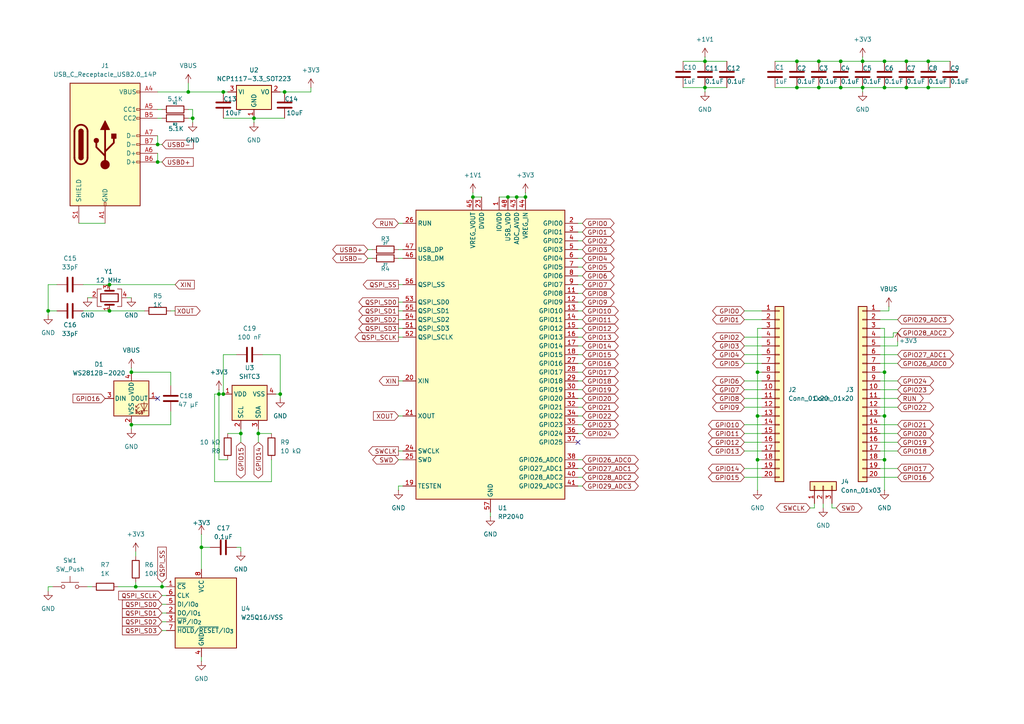
<source format=kicad_sch>
(kicad_sch (version 20250114) (generator "eeschema") (generator_version "9.0")
  (paper "A4")
  (lib_symbols
    (symbol "Connector:USB_C_Receptacle_USB2.0_14P" (pin_names (offset 1.016))
      (property "Reference" "J" (at 0 22.225 0))
      (property "Value" "USB_C_Receptacle_USB2.0_14P" (at 0 19.685 0))
      (symbol "USB_C_Receptacle_USB2.0_14P_1_1"
        (pin passive line (at -7.62 -22.86 90) (length 5.08) (name "SHIELD") (number "S1"))
        (pin passive line (at 0 -22.86 90) (length 5.08) (name "GND") (number "A1"))
        (pin passive line (at 0 -22.86 90) (length 5.08) (hide yes) (name "GND") (number "A12"))
        (pin passive line (at 0 -22.86 90) (length 5.08) (hide yes) (name "GND") (number "B1"))
        (pin passive line (at 0 -22.86 90) (length 5.08) (hide yes) (name "GND") (number "B12"))
        (pin passive line (at 15.24 15.24 180) (length 5.08) (name "VBUS") (number "A4"))
        (pin passive line (at 15.24 15.24 180) (length 5.08) (hide yes) (name "VBUS") (number "A9"))
        (pin passive line (at 15.24 15.24 180) (length 5.08) (hide yes) (name "VBUS") (number "B4"))
        (pin passive line (at 15.24 15.24 180) (length 5.08) (hide yes) (name "VBUS") (number "B9"))
        (pin bidirectional line (at 15.24 10.16 180) (length 5.08) (name "CC1") (number "A5"))
        (pin bidirectional line (at 15.24 7.62 180) (length 5.08) (name "CC2") (number "B5"))
        (pin bidirectional line (at 15.24 2.54 180) (length 5.08) (name "D-") (number "A7"))
        (pin bidirectional line (at 15.24 0 180) (length 5.08) (name "D-") (number "B7"))
        (pin bidirectional line (at 15.24 -2.54 180) (length 5.08) (name "D+") (number "A6"))
        (pin bidirectional line (at 15.24 -5.08 180) (length 5.08) (name "D+") (number "B6"))
      )
    )
    (symbol "Connector_Generic:Conn_01x03" (pin_names (offset 1.016) (hide yes))
      (property "Reference" "J" (at 0 5.08 0))
      (property "Value" "Conn_01x03" (at 0 -5.08 0))
      (symbol "Conn_01x03_1_1"
        (pin passive line (at -5.08 2.54 0) (length 3.81) (name "Pin_1") (number "1"))
        (pin passive line (at -5.08 0 0) (length 3.81) (name "Pin_2") (number "2"))
        (pin passive line (at -5.08 -2.54 0) (length 3.81) (name "Pin_3") (number "3"))
      )
    )
    (symbol "Connector_Generic:Conn_01x20" (pin_names (offset 1.016) (hide yes))
      (property "Reference" "J" (at 0 25.4 0))
      (property "Value" "Conn_01x20" (at 0 -27.94 0))
      (symbol "Conn_01x20_1_1"
        (pin passive line (at -5.08 22.86 0) (length 3.81) (name "Pin_1") (number "1"))
        (pin passive line (at -5.08 20.32 0) (length 3.81) (name "Pin_2") (number "2"))
        (pin passive line (at -5.08 17.78 0) (length 3.81) (name "Pin_3") (number "3"))
        (pin passive line (at -5.08 15.24 0) (length 3.81) (name "Pin_4") (number "4"))
        (pin passive line (at -5.08 12.7 0) (length 3.81) (name "Pin_5") (number "5"))
        (pin passive line (at -5.08 10.16 0) (length 3.81) (name "Pin_6") (number "6"))
        (pin passive line (at -5.08 7.62 0) (length 3.81) (name "Pin_7") (number "7"))
        (pin passive line (at -5.08 5.08 0) (length 3.81) (name "Pin_8") (number "8"))
        (pin passive line (at -5.08 2.54 0) (length 3.81) (name "Pin_9") (number "9"))
        (pin passive line (at -5.08 0 0) (length 3.81) (name "Pin_10") (number "10"))
        (pin passive line (at -5.08 -2.54 0) (length 3.81) (name "Pin_11") (number "11"))
        (pin passive line (at -5.08 -5.08 0) (length 3.81) (name "Pin_12") (number "12"))
        (pin passive line (at -5.08 -7.62 0) (length 3.81) (name "Pin_13") (number "13"))
        (pin passive line (at -5.08 -10.16 0) (length 3.81) (name "Pin_14") (number "14"))
        (pin passive line (at -5.08 -12.7 0) (length 3.81) (name "Pin_15") (number "15"))
        (pin passive line (at -5.08 -15.24 0) (length 3.81) (name "Pin_16") (number "16"))
        (pin passive line (at -5.08 -17.78 0) (length 3.81) (name "Pin_17") (number "17"))
        (pin passive line (at -5.08 -20.32 0) (length 3.81) (name "Pin_18") (number "18"))
        (pin passive line (at -5.08 -22.86 0) (length 3.81) (name "Pin_19") (number "19"))
        (pin passive line (at -5.08 -25.4 0) (length 3.81) (name "Pin_20") (number "20"))
      )
    )
    (symbol "Device:C" (pin_numbers (hide yes)) (pin_names (offset 0.254))
      (property "Reference" "C" (at 0.635 2.54 0))
      (property "Value" "C" (at 0.635 -2.54 0))
      (symbol "C_1_1"
        (pin passive line (at 0 3.81 270) (length 2.794) (name "~") (number "1"))
        (pin passive line (at 0 -3.81 90) (length 2.794) (name "~") (number "2"))
      )
    )
    (symbol "Device:Crystal_GND24" (pin_names (offset 1.016) (hide yes))
      (property "Reference" "Y" (at 3.175 5.08 0))
      (property "Value" "Crystal_GND24" (at 3.175 3.175 0))
      (symbol "Crystal_GND24_1_1"
        (pin passive line (at -3.81 0 0) (length 1.27) (name "1") (number "1"))
        (pin passive line (at 0 5.08 270) (length 1.27) (name "2") (number "2"))
        (pin passive line (at 0 -5.08 90) (length 1.27) (name "4") (number "4"))
        (pin passive line (at 3.81 0 180) (length 1.27) (name "3") (number "3"))
      )
    )
    (symbol "Device:R" (pin_numbers (hide yes)) (pin_names (offset 0))
      (property "Reference" "R" (at 2.032 0 90))
      (property "Value" "R" (at 0 0 90))
      (symbol "R_1_1"
        (pin passive line (at 0 3.81 270) (length 1.27) (name "~") (number "1"))
        (pin passive line (at 0 -3.81 90) (length 1.27) (name "~") (number "2"))
      )
    )
    (symbol "LED:WS2812B-2020" (pin_names (offset 0.254))
      (property "Reference" "D" (at 5.08 5.715 0))
      (property "Value" "WS2812B-2020" (at 1.27 -5.715 0))
      (symbol "WS2812B-2020_0_0"
        (text "RGB" (at 2.286 -4.191 0) (effects (font (size 0.762 0.762))))
      )
      (symbol "WS2812B-2020_1_1"
        (pin input line (at -7.62 0 0) (length 2.54) (name "DIN") (number "3"))
        (pin power_in line (at 0 7.62 270) (length 2.54) (name "VDD") (number "4"))
        (pin power_in line (at 0 -7.62 90) (length 2.54) (name "VSS") (number "2"))
        (pin output line (at 7.62 0 180) (length 2.54) (name "DOUT") (number "1"))
      )
    )
    (symbol "MCU_RaspberryPi:RP2040"
      (property "Reference" "U" (at 17.78 45.72 0))
      (property "Value" "RP2040" (at 17.78 43.18 0))
      (symbol "RP2040_1_1"
        (pin input line (at -25.4 38.1 0) (length 3.81) (name "RUN") (number "26"))
        (pin bidirectional line (at -25.4 30.48 0) (length 3.81) (name "USB_DP") (number "47"))
        (pin bidirectional line (at -25.4 27.94 0) (length 3.81) (name "USB_DM") (number "46"))
        (pin bidirectional line (at -25.4 20.32 0) (length 3.81) (name "QSPI_SS") (number "56"))
        (pin bidirectional line (at -25.4 15.24 0) (length 3.81) (name "QSPI_SD0") (number "53"))
        (pin bidirectional line (at -25.4 12.7 0) (length 3.81) (name "QSPI_SD1") (number "55"))
        (pin bidirectional line (at -25.4 10.16 0) (length 3.81) (name "QSPI_SD2") (number "54"))
        (pin bidirectional line (at -25.4 7.62 0) (length 3.81) (name "QSPI_SD3") (number "51"))
        (pin output line (at -25.4 5.08 0) (length 3.81) (name "QSPI_SCLK") (number "52"))
        (pin input line (at -25.4 -7.62 0) (length 3.81) (name "XIN") (number "20"))
        (pin passive line (at -25.4 -17.78 0) (length 3.81) (name "XOUT") (number "21"))
        (pin input line (at -25.4 -27.94 0) (length 3.81) (name "SWCLK") (number "24"))
        (pin bidirectional line (at -25.4 -30.48 0) (length 3.81) (name "SWD") (number "25"))
        (pin input line (at -25.4 -38.1 0) (length 3.81) (name "TESTEN") (number "19"))
        (pin power_out line (at -5.08 45.72 270) (length 3.81) (name "VREG_VOUT") (number "45"))
        (pin power_in line (at -2.54 45.72 270) (length 3.81) (name "DVDD") (number "23"))
        (pin passive line (at -2.54 45.72 270) (length 3.81) (hide yes) (name "DVDD") (number "50"))
        (pin power_in line (at 0 -45.72 90) (length 3.81) (name "GND") (number "57"))
        (pin power_in line (at 2.54 45.72 270) (length 3.81) (name "IOVDD") (number "1"))
        (pin passive line (at 2.54 45.72 270) (length 3.81) (hide yes) (name "IOVDD") (number "10"))
        (pin passive line (at 2.54 45.72 270) (length 3.81) (hide yes) (name "IOVDD") (number "22"))
        (pin passive line (at 2.54 45.72 270) (length 3.81) (hide yes) (name "IOVDD") (number "33"))
        (pin passive line (at 2.54 45.72 270) (length 3.81) (hide yes) (name "IOVDD") (number "42"))
        (pin passive line (at 2.54 45.72 270) (length 3.81) (hide yes) (name "IOVDD") (number "49"))
        (pin power_in line (at 5.08 45.72 270) (length 3.81) (name "USB_VDD") (number "48"))
        (pin power_in line (at 7.62 45.72 270) (length 3.81) (name "ADC_AVDD") (number "43"))
        (pin power_in line (at 10.16 45.72 270) (length 3.81) (name "VREG_IN") (number "44"))
        (pin bidirectional line (at 25.4 38.1 180) (length 3.81) (name "GPIO0") (number "2"))
        (pin bidirectional line (at 25.4 35.56 180) (length 3.81) (name "GPIO1") (number "3"))
        (pin bidirectional line (at 25.4 33.02 180) (length 3.81) (name "GPIO2") (number "4"))
        (pin bidirectional line (at 25.4 30.48 180) (length 3.81) (name "GPIO3") (number "5"))
        (pin bidirectional line (at 25.4 27.94 180) (length 3.81) (name "GPIO4") (number "6"))
        (pin bidirectional line (at 25.4 25.4 180) (length 3.81) (name "GPIO5") (number "7"))
        (pin bidirectional line (at 25.4 22.86 180) (length 3.81) (name "GPIO6") (number "8"))
        (pin bidirectional line (at 25.4 20.32 180) (length 3.81) (name "GPIO7") (number "9"))
        (pin bidirectional line (at 25.4 17.78 180) (length 3.81) (name "GPIO8") (number "11"))
        (pin bidirectional line (at 25.4 15.24 180) (length 3.81) (name "GPIO9") (number "12"))
        (pin bidirectional line (at 25.4 12.7 180) (length 3.81) (name "GPIO10") (number "13"))
        (pin bidirectional line (at 25.4 10.16 180) (length 3.81) (name "GPIO11") (number "14"))
        (pin bidirectional line (at 25.4 7.62 180) (length 3.81) (name "GPIO12") (number "15"))
        (pin bidirectional line (at 25.4 5.08 180) (length 3.81) (name "GPIO13") (number "16"))
        (pin bidirectional line (at 25.4 2.54 180) (length 3.81) (name "GPIO14") (number "17"))
        (pin bidirectional line (at 25.4 0 180) (length 3.81) (name "GPIO15") (number "18"))
        (pin bidirectional line (at 25.4 -2.54 180) (length 3.81) (name "GPIO16") (number "27"))
        (pin bidirectional line (at 25.4 -5.08 180) (length 3.81) (name "GPIO17") (number "28"))
        (pin bidirectional line (at 25.4 -7.62 180) (length 3.81) (name "GPIO18") (number "29"))
        (pin bidirectional line (at 25.4 -10.16 180) (length 3.81) (name "GPIO19") (number "30"))
        (pin bidirectional line (at 25.4 -12.7 180) (length 3.81) (name "GPIO20") (number "31"))
        (pin bidirectional line (at 25.4 -15.24 180) (length 3.81) (name "GPIO21") (number "32"))
        (pin bidirectional line (at 25.4 -17.78 180) (length 3.81) (name "GPIO22") (number "34"))
        (pin bidirectional line (at 25.4 -20.32 180) (length 3.81) (name "GPIO23") (number "35"))
        (pin bidirectional line (at 25.4 -22.86 180) (length 3.81) (name "GPIO24") (number "36"))
        (pin bidirectional line (at 25.4 -25.4 180) (length 3.81) (name "GPIO25") (number "37"))
        (pin bidirectional line (at 25.4 -30.48 180) (length 3.81) (name "GPIO26_ADC0") (number "38"))
        (pin bidirectional line (at 25.4 -33.02 180) (length 3.81) (name "GPIO27_ADC1") (number "39"))
        (pin bidirectional line (at 25.4 -35.56 180) (length 3.81) (name "GPIO28_ADC2") (number "40"))
        (pin bidirectional line (at 25.4 -38.1 180) (length 3.81) (name "GPIO29_ADC3") (number "41"))
      )
    )
    (symbol "Memory_Flash:W25Q16JVSS"
      (property "Reference" "U" (at -6.35 11.43 0))
      (property "Value" "W25Q16JVSS" (at 7.62 11.43 0))
      (symbol "W25Q16JVSS_1_1"
        (pin input line (at -10.16 7.62 0) (length 2.54) (name "~{CS}") (number "1"))
        (pin input line (at -10.16 5.08 0) (length 2.54) (name "CLK") (number "6"))
        (pin bidirectional line (at -10.16 2.54 0) (length 2.54) (name "DI/IO_{0}") (number "5"))
        (pin bidirectional line (at -10.16 0 0) (length 2.54) (name "DO/IO_{1}") (number "2"))
        (pin bidirectional line (at -10.16 -2.54 0) (length 2.54) (name "~{WP}/IO_{2}") (number "3"))
        (pin bidirectional line (at -10.16 -5.08 0) (length 2.54) (name "~{HOLD}/~{RESET}/IO_{3}") (number "7"))
        (pin power_in line (at 0 12.7 270) (length 2.54) (name "VCC") (number "8"))
        (pin power_in line (at 0 -12.7 90) (length 2.54) (name "GND") (number "4"))
      )
    )
    (symbol "Regulator_Linear:NCP1117-3.3_SOT223"
      (property "Reference" "U" (at -3.81 3.175 0))
      (property "Value" "NCP1117-3.3_SOT223" (at 0 3.175 0))
      (symbol "NCP1117-3.3_SOT223_1_1"
        (pin power_in line (at -7.62 0 0) (length 2.54) (name "VI") (number "3"))
        (pin power_in line (at 0 -7.62 90) (length 2.54) (name "GND") (number "1"))
        (pin power_out line (at 7.62 0 180) (length 2.54) (name "VO") (number "2"))
      )
    )
    (symbol "Sensor_Humidity:SHTC3"
      (property "Reference" "U" (at -3.81 6.35 0))
      (property "Value" "SHTC3" (at -2.54 -6.35 0))
      (symbol "SHTC3_1_1"
        (pin input line (at -7.62 2.54 0) (length 2.54) (name "SCL") (number "2"))
        (pin bidirectional line (at -7.62 -2.54 0) (length 2.54) (name "SDA") (number "3"))
        (pin power_in line (at 2.54 7.62 270) (length 2.54) (name "VDD") (number "1"))
        (pin power_in line (at 2.54 -7.62 90) (length 2.54) (name "VSS") (number "4"))
        (pin no_connect line (at 5.08 0 180) (length 2.54) (hide yes) (name "NC") (number "5"))
      )
    )
    (symbol "Switch:SW_Push" (pin_numbers (hide yes)) (pin_names (offset 1.016) (hide yes))
      (property "Reference" "SW" (at 1.27 2.54 0))
      (property "Value" "SW_Push" (at 0 -1.524 0))
      (symbol "SW_Push_0_1"
        (pin passive line (at -5.08 0 0) (length 2.54) (name "1") (number "1"))
        (pin passive line (at 5.08 0 180) (length 2.54) (name "2") (number "2"))
      )
    )
    (symbol "power:+1V1" (power) (pin_numbers (hide yes)) (pin_names (offset 0) (hide yes))
      (property "Value" "+1V1" (at 0 3.556 0))
      (symbol "+1V1_1_1"
        (pin power_in line (at 0 0 90) (length 0) (name "~") (number "1"))
      )
    )
    (symbol "power:+3V3" (power) (pin_numbers (hide yes)) (pin_names (offset 0) (hide yes))
      (property "Value" "+3V3" (at 0 3.556 0))
      (symbol "+3V3_1_1"
        (pin power_in line (at 0 0 90) (length 0) (name "~") (number "1"))
      )
    )
    (symbol "power:GND" (power) (pin_numbers (hide yes)) (pin_names (offset 0) (hide yes))
      (property "Value" "GND" (at 0 -3.81 0))
      (symbol "GND_1_1"
        (pin power_in line (at 0 0 270) (length 0) (name "~") (number "1"))
      )
    )
    (symbol "power:VBUS" (power) (pin_numbers (hide yes)) (pin_names (offset 0) (hide yes))
      (property "Value" "VBUS" (at 0 3.556 0))
      (symbol "VBUS_1_1"
        (pin power_in line (at 0 0 90) (length 0) (name "~") (number "1"))
      )
    )
  )
  (junction (at 262.89 17.78))
  (junction (at 219.71 107.95))
  (junction (at 82.55 26.67))
  (junction (at 69.85 125.73))
  (junction (at 46.99 170.18))
  (junction (at 256.54 120.65))
  (junction (at 31.75 90.17))
  (junction (at 63.5 114.3))
  (junction (at 137.16 57.15))
  (junction (at 269.24 25.4))
  (junction (at 231.14 17.78))
  (junction (at 262.89 25.4))
  (junction (at 74.93 125.73))
  (junction (at 38.1 107.95))
  (junction (at 237.49 17.78))
  (junction (at 31.75 82.55))
  (junction (at 256.54 133.35))
  (junction (at 39.37 170.18))
  (junction (at 243.84 17.78))
  (junction (at 38.1 123.19))
  (junction (at 237.49 25.4))
  (junction (at 256.54 25.4))
  (junction (at 219.71 133.35))
  (junction (at 13.97 90.17))
  (junction (at 204.47 17.78))
  (junction (at 250.19 25.4))
  (junction (at 152.4 57.15))
  (junction (at 64.77 26.67))
  (junction (at 55.88 34.29))
  (junction (at 81.28 114.3))
  (junction (at 58.42 158.75))
  (junction (at 219.71 120.65))
  (junction (at 204.47 25.4))
  (junction (at 45.72 46.99))
  (junction (at 231.14 25.4))
  (junction (at 45.72 41.91))
  (junction (at 250.19 17.78))
  (junction (at 149.86 57.15))
  (junction (at 269.24 17.78))
  (junction (at 243.84 25.4))
  (junction (at 256.54 107.95))
  (junction (at 147.32 57.15))
  (junction (at 73.66 34.29))
  (junction (at 256.54 17.78))
  (junction (at 64.77 114.3))
  (junction (at 54.61 26.67))
  (no_connect (at 167.64 128.27))
  (no_connect (at 45.72 115.57))
  (wire (pts (xy 237.49 17.78) (xy 243.84 17.78)))
  (wire (pts (xy 58.42 158.75) (xy 58.42 165.1)))
  (wire (pts (xy 58.42 158.75) (xy 60.96 158.75)))
  (wire (pts (xy 215.9 128.27) (xy 220.98 128.27)))
  (wire (pts (xy 215.9 102.87) (xy 220.98 102.87)))
  (wire (pts (xy 55.88 34.29) (xy 55.88 35.56)))
  (wire (pts (xy 167.64 115.57) (xy 168.91 115.57)))
  (wire (pts (xy 167.64 105.41) (xy 168.91 105.41)))
  (wire (pts (xy 149.86 57.15) (xy 152.4 57.15)))
  (wire (pts (xy 215.9 90.17) (xy 220.98 90.17)))
  (wire (pts (xy 215.9 123.19) (xy 220.98 123.19)))
  (wire (pts (xy 215.9 125.73) (xy 220.98 125.73)))
  (wire (pts (xy 219.71 120.65) (xy 219.71 133.35)))
  (wire (pts (xy 142.24 148.59) (xy 142.24 149.86)))
  (wire (pts (xy 69.85 160.02) (xy 69.85 158.75)))
  (wire (pts (xy 167.64 92.71) (xy 168.91 92.71)))
  (wire (pts (xy 63.5 114.3) (xy 64.77 114.3)))
  (wire (pts (xy 262.89 17.78) (xy 269.24 17.78)))
  (wire (pts (xy 25.4 86.36) (xy 26.67 86.36)))
  (wire (pts (xy 215.9 100.33) (xy 220.98 100.33)))
  (wire (pts (xy 231.14 17.78) (xy 237.49 17.78)))
  (wire (pts (xy 13.97 171.45) (xy 13.97 170.18)))
  (wire (pts (xy 256.54 17.78) (xy 262.89 17.78)))
  (wire (pts (xy 255.27 128.27) (xy 260.35 128.27)))
  (wire (pts (xy 167.64 69.85) (xy 168.91 69.85)))
  (wire (pts (xy 81.28 102.87) (xy 81.28 114.3)))
  (wire (pts (xy 269.24 17.78) (xy 275.59 17.78)))
  (wire (pts (xy 62.23 114.3) (xy 63.5 114.3)))
  (wire (pts (xy 255.27 118.11) (xy 260.35 118.11)))
  (wire (pts (xy 255.27 125.73) (xy 260.35 125.73)))
  (wire (pts (xy 137.16 55.88) (xy 137.16 57.15)))
  (wire (pts (xy 115.57 74.93) (xy 116.84 74.93)))
  (wire (pts (xy 243.84 25.4) (xy 250.19 25.4)))
  (wire (pts (xy 255.27 113.03) (xy 260.35 113.03)))
  (wire (pts (xy 215.9 97.79) (xy 220.98 97.79)))
  (wire (pts (xy 250.19 17.78) (xy 256.54 17.78)))
  (wire (pts (xy 66.04 125.73) (xy 69.85 125.73)))
  (wire (pts (xy 215.9 135.89) (xy 220.98 135.89)))
  (wire (pts (xy 204.47 25.4) (xy 210.82 25.4)))
  (wire (pts (xy 167.64 82.55) (xy 168.91 82.55)))
  (wire (pts (xy 167.64 120.65) (xy 168.91 120.65)))
  (wire (pts (xy 55.88 34.29) (xy 54.61 34.29)))
  (wire (pts (xy 38.1 106.68) (xy 38.1 107.95)))
  (wire (pts (xy 63.5 133.35) (xy 63.5 114.3)))
  (wire (pts (xy 237.49 25.4) (xy 243.84 25.4)))
  (wire (pts (xy 74.93 124.46) (xy 74.93 125.73)))
  (wire (pts (xy 167.64 100.33) (xy 168.91 100.33)))
  (wire (pts (xy 115.57 64.77) (xy 116.84 64.77)))
  (wire (pts (xy 115.57 140.97) (xy 116.84 140.97)))
  (wire (pts (xy 167.64 133.35) (xy 168.91 133.35)))
  (wire (pts (xy 215.9 138.43) (xy 220.98 138.43)))
  (wire (pts (xy 262.89 25.4) (xy 269.24 25.4)))
  (wire (pts (xy 45.72 31.75) (xy 46.99 31.75)))
  (wire (pts (xy 115.57 90.17) (xy 116.84 90.17)))
  (wire (pts (xy 69.85 124.46) (xy 69.85 125.73)))
  (wire (pts (xy 167.64 125.73) (xy 168.91 125.73)))
  (wire (pts (xy 167.64 72.39) (xy 168.91 72.39)))
  (wire (pts (xy 167.64 135.89) (xy 168.91 135.89)))
  (wire (pts (xy 106.68 72.39) (xy 107.95 72.39)))
  (wire (pts (xy 219.71 120.65) (xy 220.98 120.65)))
  (wire (pts (xy 115.57 120.65) (xy 116.84 120.65)))
  (wire (pts (xy 255.27 107.95) (xy 256.54 107.95)))
  (wire (pts (xy 64.77 114.3) (xy 64.77 102.87)))
  (wire (pts (xy 204.47 17.78) (xy 210.82 17.78)))
  (wire (pts (xy 54.61 24.13) (xy 54.61 26.67)))
  (wire (pts (xy 198.12 25.4) (xy 204.47 25.4)))
  (wire (pts (xy 137.16 57.15) (xy 139.7 57.15)))
  (wire (pts (xy 81.28 114.3) (xy 81.28 115.57)))
  (wire (pts (xy 147.32 57.15) (xy 149.86 57.15)))
  (wire (pts (xy 55.88 31.75) (xy 55.88 34.29)))
  (wire (pts (xy 167.64 80.01) (xy 168.91 80.01)))
  (wire (pts (xy 39.37 160.02) (xy 39.37 161.29)))
  (wire (pts (xy 255.27 90.17) (xy 257.81 90.17)))
  (wire (pts (xy 167.64 67.31) (xy 168.91 67.31)))
  (wire (pts (xy 45.72 41.91) (xy 46.99 41.91)))
  (wire (pts (xy 255.27 123.19) (xy 260.35 123.19)))
  (wire (pts (xy 167.64 90.17) (xy 168.91 90.17)))
  (wire (pts (xy 255.27 100.33) (xy 260.35 100.33)))
  (wire (pts (xy 49.53 90.17) (xy 50.8 90.17)))
  (wire (pts (xy 167.64 118.11) (xy 168.91 118.11)))
  (wire (pts (xy 45.72 46.99) (xy 46.99 46.99)))
  (wire (pts (xy 167.64 102.87) (xy 168.91 102.87)))
  (wire (pts (xy 31.75 82.55) (xy 50.8 82.55)))
  (wire (pts (xy 16.51 90.17) (xy 13.97 90.17)))
  (wire (pts (xy 36.83 86.36) (xy 38.1 86.36)))
  (wire (pts (xy 167.64 123.19) (xy 168.91 123.19)))
  (wire (pts (xy 204.47 16.51) (xy 204.47 17.78)))
  (wire (pts (xy 255.27 102.87) (xy 260.35 102.87)))
  (wire (pts (xy 46.99 175.26) (xy 48.26 175.26)))
  (wire (pts (xy 106.68 74.93) (xy 107.95 74.93)))
  (wire (pts (xy 167.64 85.09) (xy 168.91 85.09)))
  (wire (pts (xy 167.64 97.79) (xy 168.91 97.79)))
  (wire (pts (xy 46.99 180.34) (xy 48.26 180.34)))
  (wire (pts (xy 204.47 25.4) (xy 204.47 26.67)))
  (wire (pts (xy 198.12 17.78) (xy 204.47 17.78)))
  (wire (pts (xy 78.74 133.35) (xy 78.74 139.7)))
  (wire (pts (xy 255.27 138.43) (xy 260.35 138.43)))
  (wire (pts (xy 215.9 115.57) (xy 220.98 115.57)))
  (wire (pts (xy 250.19 16.51) (xy 250.19 17.78)))
  (wire (pts (xy 22.86 64.77) (xy 30.48 64.77)))
  (wire (pts (xy 219.71 95.25) (xy 219.71 107.95)))
  (wire (pts (xy 167.64 110.49) (xy 168.91 110.49)))
  (wire (pts (xy 13.97 170.18) (xy 15.24 170.18)))
  (wire (pts (xy 219.71 107.95) (xy 220.98 107.95)))
  (wire (pts (xy 260.35 100.33) (xy 260.35 99.06)))
  (wire (pts (xy 255.27 133.35) (xy 256.54 133.35)))
  (wire (pts (xy 76.2 102.87) (xy 81.28 102.87)))
  (wire (pts (xy 167.64 140.97) (xy 168.91 140.97)))
  (wire (pts (xy 256.54 107.95) (xy 256.54 120.65)))
  (wire (pts (xy 13.97 90.17) (xy 13.97 91.44)))
  (wire (pts (xy 13.97 90.17) (xy 13.97 82.55)))
  (wire (pts (xy 69.85 158.75) (xy 68.58 158.75)))
  (wire (pts (xy 250.19 25.4) (xy 256.54 25.4)))
  (wire (pts (xy 58.42 190.5) (xy 58.42 191.77)))
  (wire (pts (xy 69.85 125.73) (xy 69.85 128.27)))
  (wire (pts (xy 45.72 34.29) (xy 46.99 34.29)))
  (wire (pts (xy 224.79 17.78) (xy 231.14 17.78)))
  (wire (pts (xy 167.64 74.93) (xy 168.91 74.93)))
  (wire (pts (xy 73.66 34.29) (xy 73.66 35.56)))
  (wire (pts (xy 250.19 25.4) (xy 250.19 26.67)))
  (wire (pts (xy 256.54 25.4) (xy 262.89 25.4)))
  (wire (pts (xy 46.99 177.8) (xy 48.26 177.8)))
  (wire (pts (xy 64.77 34.29) (xy 73.66 34.29)))
  (wire (pts (xy 90.17 26.67) (xy 90.17 25.4)))
  (wire (pts (xy 215.9 113.03) (xy 220.98 113.03)))
  (wire (pts (xy 54.61 26.67) (xy 64.77 26.67)))
  (wire (pts (xy 242.57 147.32) (xy 241.3 147.32)))
  (wire (pts (xy 64.77 26.67) (xy 66.04 26.67)))
  (wire (pts (xy 78.74 139.7) (xy 62.23 139.7)))
  (wire (pts (xy 215.9 92.71) (xy 220.98 92.71)))
  (wire (pts (xy 49.53 111.76) (xy 49.53 107.95)))
  (wire (pts (xy 115.57 97.79) (xy 116.84 97.79)))
  (wire (pts (xy 34.29 170.18) (xy 39.37 170.18)))
  (wire (pts (xy 115.57 87.63) (xy 116.84 87.63)))
  (wire (pts (xy 54.61 31.75) (xy 55.88 31.75)))
  (wire (pts (xy 255.27 135.89) (xy 260.35 135.89)))
  (wire (pts (xy 255.27 95.25) (xy 256.54 95.25)))
  (wire (pts (xy 39.37 170.18) (xy 39.37 168.91)))
  (wire (pts (xy 45.72 26.67) (xy 54.61 26.67)))
  (wire (pts (xy 115.57 133.35) (xy 116.84 133.35)))
  (wire (pts (xy 62.23 139.7) (xy 62.23 114.3)))
  (wire (pts (xy 115.57 72.39) (xy 116.84 72.39)))
  (wire (pts (xy 259.08 96.52) (xy 260.35 96.52)))
  (wire (pts (xy 238.76 146.05) (xy 238.76 147.32)))
  (wire (pts (xy 74.93 125.73) (xy 74.93 128.27)))
  (wire (pts (xy 269.24 25.4) (xy 275.59 25.4)))
  (wire (pts (xy 115.57 82.55) (xy 116.84 82.55)))
  (wire (pts (xy 63.5 113.03) (xy 63.5 114.3)))
  (wire (pts (xy 167.64 87.63) (xy 168.91 87.63)))
  (wire (pts (xy 255.27 110.49) (xy 260.35 110.49)))
  (wire (pts (xy 255.27 97.79) (xy 259.08 97.79)))
  (wire (pts (xy 231.14 25.4) (xy 237.49 25.4)))
  (wire (pts (xy 25.4 170.18) (xy 26.67 170.18)))
  (wire (pts (xy 167.64 95.25) (xy 168.91 95.25)))
  (wire (pts (xy 115.57 92.71) (xy 116.84 92.71)))
  (wire (pts (xy 167.64 138.43) (xy 168.91 138.43)))
  (wire (pts (xy 38.1 107.95) (xy 49.53 107.95)))
  (wire (pts (xy 74.93 125.73) (xy 78.74 125.73)))
  (wire (pts (xy 219.71 107.95) (xy 219.71 120.65)))
  (wire (pts (xy 64.77 102.87) (xy 68.58 102.87)))
  (wire (pts (xy 167.64 77.47) (xy 168.91 77.47)))
  (wire (pts (xy 243.84 17.78) (xy 250.19 17.78)))
  (wire (pts (xy 215.9 105.41) (xy 220.98 105.41)))
  (wire (pts (xy 241.3 147.32) (xy 241.3 146.05)))
  (wire (pts (xy 13.97 82.55) (xy 16.51 82.55)))
  (wire (pts (xy 219.71 133.35) (xy 219.71 142.24)))
  (wire (pts (xy 46.99 172.72) (xy 48.26 172.72)))
  (wire (pts (xy 256.54 133.35) (xy 256.54 142.24)))
  (wire (pts (xy 152.4 55.88) (xy 152.4 57.15)))
  (wire (pts (xy 144.78 57.15) (xy 147.32 57.15)))
  (wire (pts (xy 115.57 130.81) (xy 116.84 130.81)))
  (wire (pts (xy 215.9 130.81) (xy 220.98 130.81)))
  (wire (pts (xy 24.13 82.55) (xy 31.75 82.55)))
  (wire (pts (xy 167.64 64.77) (xy 168.91 64.77)))
  (wire (pts (xy 45.72 44.45) (xy 45.72 46.99)))
  (wire (pts (xy 167.64 107.95) (xy 168.91 107.95)))
  (wire (pts (xy 73.66 34.29) (xy 82.55 34.29)))
  (wire (pts (xy 236.22 147.32) (xy 234.95 147.32)))
  (wire (pts (xy 115.57 142.24) (xy 115.57 140.97)))
  (wire (pts (xy 31.75 90.17) (xy 41.91 90.17)))
  (wire (pts (xy 38.1 123.19) (xy 49.53 123.19)))
  (wire (pts (xy 49.53 123.19) (xy 49.53 119.38)))
  (wire (pts (xy 255.27 120.65) (xy 256.54 120.65)))
  (wire (pts (xy 80.01 114.3) (xy 81.28 114.3)))
  (wire (pts (xy 256.54 95.25) (xy 256.54 107.95)))
  (wire (pts (xy 81.28 26.67) (xy 82.55 26.67)))
  (wire (pts (xy 46.99 170.18) (xy 48.26 170.18)))
  (wire (pts (xy 24.13 90.17) (xy 31.75 90.17)))
  (wire (pts (xy 46.99 182.88) (xy 48.26 182.88)))
  (wire (pts (xy 82.55 26.67) (xy 90.17 26.67)))
  (wire (pts (xy 255.27 92.71) (xy 260.35 92.71)))
  (wire (pts (xy 255.27 130.81) (xy 260.35 130.81)))
  (wire (pts (xy 259.08 97.79) (xy 259.08 96.52)))
  (wire (pts (xy 219.71 133.35) (xy 220.98 133.35)))
  (wire (pts (xy 46.99 168.91) (xy 46.99 170.18)))
  (wire (pts (xy 215.9 110.49) (xy 220.98 110.49)))
  (wire (pts (xy 66.04 133.35) (xy 63.5 133.35)))
  (wire (pts (xy 236.22 146.05) (xy 236.22 147.32)))
  (wire (pts (xy 167.64 113.03) (xy 168.91 113.03)))
  (wire (pts (xy 256.54 120.65) (xy 256.54 133.35)))
  (wire (pts (xy 220.98 95.25) (xy 219.71 95.25)))
  (wire (pts (xy 45.72 39.37) (xy 45.72 41.91)))
  (wire (pts (xy 115.57 110.49) (xy 116.84 110.49)))
  (wire (pts (xy 257.81 90.17) (xy 257.81 88.9)))
  (wire (pts (xy 224.79 25.4) (xy 231.14 25.4)))
  (wire (pts (xy 46.99 170.18) (xy 39.37 170.18)))
  (wire (pts (xy 255.27 115.57) (xy 260.35 115.57)))
  (wire (pts (xy 38.1 123.19) (xy 38.1 124.46)))
  (wire (pts (xy 58.42 154.94) (xy 58.42 158.75)))
  (wire (pts (xy 255.27 105.41) (xy 260.35 105.41)))
  (wire (pts (xy 215.9 118.11) (xy 220.98 118.11)))
  (wire (pts (xy 115.57 95.25) (xy 116.84 95.25)))
  (global_label "QSPI_SD3" (shape input) (at 46.99 182.88 180) (property "Intersheetrefs" "${INTERSHEET_REFS}" (effects (hide yes))))
  (global_label "QSPI_SD2" (shape output) (at 115.57 92.71 180) (property "Intersheetrefs" "${INTERSHEET_REFS}" (effects (hide yes))))
  (global_label "GPIO10" (shape bidirectional) (at 168.91 90.17 0) (property "Intersheetrefs" "${INTERSHEET_REFS}" (effects (hide yes))))
  (global_label "GPIO11" (shape bidirectional) (at 168.91 92.71 0) (property "Intersheetrefs" "${INTERSHEET_REFS}" (effects (hide yes))))
  (global_label "GPIO9" (shape bidirectional) (at 168.91 87.63 0) (property "Intersheetrefs" "${INTERSHEET_REFS}" (effects (hide yes))))
  (global_label "GPIO12" (shape bidirectional) (at 168.91 95.25 0) (property "Intersheetrefs" "${INTERSHEET_REFS}" (effects (hide yes))))
  (global_label "GPIO19" (shape bidirectional) (at 168.91 113.03 0) (property "Intersheetrefs" "${INTERSHEET_REFS}" (effects (hide yes))))
  (global_label "GPIO18" (shape bidirectional) (at 168.91 110.49 0) (property "Intersheetrefs" "${INTERSHEET_REFS}" (effects (hide yes))))
  (global_label "GPIO20" (shape bidirectional) (at 168.91 115.57 0) (property "Intersheetrefs" "${INTERSHEET_REFS}" (effects (hide yes))))
  (global_label "GPIO23" (shape bidirectional) (at 168.91 123.19 0) (property "Intersheetrefs" "${INTERSHEET_REFS}" (effects (hide yes))))
  (global_label "GPIO21" (shape bidirectional) (at 168.91 118.11 0) (property "Intersheetrefs" "${INTERSHEET_REFS}" (effects (hide yes))))
  (global_label "GPIO22" (shape bidirectional) (at 168.91 120.65 0) (property "Intersheetrefs" "${INTERSHEET_REFS}" (effects (hide yes))))
  (global_label "GPIO24" (shape bidirectional) (at 168.91 125.73 0) (property "Intersheetrefs" "${INTERSHEET_REFS}" (effects (hide yes))))
  (global_label "GPIO14" (shape bidirectional) (at 168.91 100.33 0) (property "Intersheetrefs" "${INTERSHEET_REFS}" (effects (hide yes))))
  (global_label "GPIO15" (shape bidirectional) (at 168.91 102.87 0) (property "Intersheetrefs" "${INTERSHEET_REFS}" (effects (hide yes))))
  (global_label "GPIO16" (shape bidirectional) (at 168.91 105.41 0) (property "Intersheetrefs" "${INTERSHEET_REFS}" (effects (hide yes))))
  (global_label "GPIO13" (shape bidirectional) (at 168.91 97.79 0) (property "Intersheetrefs" "${INTERSHEET_REFS}" (effects (hide yes))))
  (global_label "GPIO17" (shape bidirectional) (at 168.91 107.95 0) (property "Intersheetrefs" "${INTERSHEET_REFS}" (effects (hide yes))))
  (global_label "GPIO5" (shape bidirectional) (at 168.91 77.47 0) (property "Intersheetrefs" "${INTERSHEET_REFS}" (effects (hide yes))))
  (global_label "GPIO4" (shape bidirectional) (at 168.91 74.93 0) (property "Intersheetrefs" "${INTERSHEET_REFS}" (effects (hide yes))))
  (global_label "GPIO7" (shape bidirectional) (at 168.91 82.55 0) (property "Intersheetrefs" "${INTERSHEET_REFS}" (effects (hide yes))))
  (global_label "GPIO6" (shape bidirectional) (at 168.91 80.01 0) (property "Intersheetrefs" "${INTERSHEET_REFS}" (effects (hide yes))))
  (global_label "GPIO8" (shape bidirectional) (at 168.91 85.09 0) (property "Intersheetrefs" "${INTERSHEET_REFS}" (effects (hide yes))))
  (global_label "GPIO0" (shape bidirectional) (at 168.91 64.77 0) (property "Intersheetrefs" "${INTERSHEET_REFS}" (effects (hide yes))))
  (global_label "GPIO2" (shape bidirectional) (at 168.91 69.85 0) (property "Intersheetrefs" "${INTERSHEET_REFS}" (effects (hide yes))))
  (global_label "GPIO1" (shape bidirectional) (at 168.91 67.31 0) (property "Intersheetrefs" "${INTERSHEET_REFS}" (effects (hide yes))))
  (global_label "GPIO3" (shape bidirectional) (at 168.91 72.39 0) (property "Intersheetrefs" "${INTERSHEET_REFS}" (effects (hide yes))))
  (global_label "QSPI_SD1" (shape input) (at 46.99 177.8 180) (property "Intersheetrefs" "${INTERSHEET_REFS}" (effects (hide yes))))
  (global_label "XIN" (shape output) (at 115.57 110.49 180) (property "Intersheetrefs" "${INTERSHEET_REFS}" (effects (hide yes))))
  (global_label "USBD+" (shape bidirectional) (at 106.68 72.39 180) (property "Intersheetrefs" "${INTERSHEET_REFS}" (effects (hide yes))))
  (global_label "QSPI_SS" (shape input) (at 46.99 168.91 90) (property "Intersheetrefs" "${INTERSHEET_REFS}" (effects (hide yes))))
  (global_label "USBD+" (shape input) (at 46.99 46.99 0) (property "Intersheetrefs" "${INTERSHEET_REFS}" (effects (hide yes))))
  (global_label "GPIO15" (shape bidirectional) (at 69.85 128.27 270) (property "Intersheetrefs" "${INTERSHEET_REFS}" (effects (hide yes))))
  (global_label "GPIO18" (shape bidirectional) (at 260.35 130.81 0) (property "Intersheetrefs" "${INTERSHEET_REFS}" (effects (hide yes))))
  (global_label "GPIO21" (shape bidirectional) (at 260.35 123.19 0) (property "Intersheetrefs" "${INTERSHEET_REFS}" (effects (hide yes))))
  (global_label "GPIO16" (shape bidirectional) (at 260.35 138.43 0) (property "Intersheetrefs" "${INTERSHEET_REFS}" (effects (hide yes))))
  (global_label "GPIO17" (shape bidirectional) (at 260.35 135.89 0) (property "Intersheetrefs" "${INTERSHEET_REFS}" (effects (hide yes))))
  (global_label "GPIO19" (shape bidirectional) (at 260.35 128.27 0) (property "Intersheetrefs" "${INTERSHEET_REFS}" (effects (hide yes))))
  (global_label "GPIO20" (shape bidirectional) (at 260.35 125.73 0) (property "Intersheetrefs" "${INTERSHEET_REFS}" (effects (hide yes))))
  (global_label "GPIO1" (shape bidirectional) (at 215.9 92.71 180) (property "Intersheetrefs" "${INTERSHEET_REFS}" (effects (hide yes))))
  (global_label "GPIO3" (shape bidirectional) (at 215.9 100.33 180) (property "Intersheetrefs" "${INTERSHEET_REFS}" (effects (hide yes))))
  (global_label "GPIO0" (shape bidirectional) (at 215.9 90.17 180) (property "Intersheetrefs" "${INTERSHEET_REFS}" (effects (hide yes))))
  (global_label "GPIO5" (shape bidirectional) (at 215.9 105.41 180) (property "Intersheetrefs" "${INTERSHEET_REFS}" (effects (hide yes))))
  (global_label "GPIO2" (shape bidirectional) (at 215.9 97.79 180) (property "Intersheetrefs" "${INTERSHEET_REFS}" (effects (hide yes))))
  (global_label "GPIO4" (shape bidirectional) (at 215.9 102.87 180) (property "Intersheetrefs" "${INTERSHEET_REFS}" (effects (hide yes))))
  (global_label "GPIO22" (shape bidirectional) (at 260.35 118.11 0) (property "Intersheetrefs" "${INTERSHEET_REFS}" (effects (hide yes))))
  (global_label "GPIO24" (shape bidirectional) (at 260.35 110.49 0) (property "Intersheetrefs" "${INTERSHEET_REFS}" (effects (hide yes))))
  (global_label "GPIO23" (shape bidirectional) (at 260.35 113.03 0) (property "Intersheetrefs" "${INTERSHEET_REFS}" (effects (hide yes))))
  (global_label "GPIO13" (shape bidirectional) (at 215.9 130.81 180) (property "Intersheetrefs" "${INTERSHEET_REFS}" (effects (hide yes))))
  (global_label "GPIO14" (shape bidirectional) (at 215.9 135.89 180) (property "Intersheetrefs" "${INTERSHEET_REFS}" (effects (hide yes))))
  (global_label "GPIO11" (shape bidirectional) (at 215.9 125.73 180) (property "Intersheetrefs" "${INTERSHEET_REFS}" (effects (hide yes))))
  (global_label "GPIO15" (shape bidirectional) (at 215.9 138.43 180) (property "Intersheetrefs" "${INTERSHEET_REFS}" (effects (hide yes))))
  (global_label "GPIO12" (shape bidirectional) (at 215.9 128.27 180) (property "Intersheetrefs" "${INTERSHEET_REFS}" (effects (hide yes))))
  (global_label "GPIO10" (shape bidirectional) (at 215.9 123.19 180) (property "Intersheetrefs" "${INTERSHEET_REFS}" (effects (hide yes))))
  (global_label "GPIO8" (shape bidirectional) (at 215.9 115.57 180) (property "Intersheetrefs" "${INTERSHEET_REFS}" (effects (hide yes))))
  (global_label "GPIO9" (shape bidirectional) (at 215.9 118.11 180) (property "Intersheetrefs" "${INTERSHEET_REFS}" (effects (hide yes))))
  (global_label "GPIO7" (shape bidirectional) (at 215.9 113.03 180) (property "Intersheetrefs" "${INTERSHEET_REFS}" (effects (hide yes))))
  (global_label "GPIO6" (shape bidirectional) (at 215.9 110.49 180) (property "Intersheetrefs" "${INTERSHEET_REFS}" (effects (hide yes))))
  (global_label "GPIO26_ADC0" (shape bidirectional) (at 168.91 133.35 0) (property "Intersheetrefs" "${INTERSHEET_REFS}" (effects (hide yes))))
  (global_label "GPIO27_ADC1" (shape bidirectional) (at 168.91 135.89 0) (property "Intersheetrefs" "${INTERSHEET_REFS}" (effects (hide yes))))
  (global_label "GPIO28_ADC2" (shape bidirectional) (at 168.91 138.43 0) (property "Intersheetrefs" "${INTERSHEET_REFS}" (effects (hide yes))))
  (global_label "GPIO29_ADC3" (shape bidirectional) (at 168.91 140.97 0) (property "Intersheetrefs" "${INTERSHEET_REFS}" (effects (hide yes))))
  (global_label "QSPI_SS" (shape output) (at 115.57 82.55 180) (property "Intersheetrefs" "${INTERSHEET_REFS}" (effects (hide yes))))
  (global_label "SWCLK" (shape output) (at 115.57 130.81 180) (property "Intersheetrefs" "${INTERSHEET_REFS}" (effects (hide yes))))
  (global_label "SWD" (shape bidirectional) (at 115.57 133.35 180) (property "Intersheetrefs" "${INTERSHEET_REFS}" (effects (hide yes))))
  (global_label "XOUT" (shape input) (at 115.57 120.65 180) (property "Intersheetrefs" "${INTERSHEET_REFS}" (effects (hide yes))))
  (global_label "RUN" (shape bidirectional) (at 115.57 64.77 180) (property "Intersheetrefs" "${INTERSHEET_REFS}" (effects (hide yes))))
  (global_label "QSPI_SD0" (shape output) (at 115.57 87.63 180) (property "Intersheetrefs" "${INTERSHEET_REFS}" (effects (hide yes))))
  (global_label "XIN" (shape input) (at 50.8 82.55 0) (property "Intersheetrefs" "${INTERSHEET_REFS}" (effects (hide yes))))
  (global_label "GPIO14" (shape bidirectional) (at 74.93 128.27 270) (property "Intersheetrefs" "${INTERSHEET_REFS}" (effects (hide yes))))
  (global_label "GPIO28_ADC2" (shape bidirectional) (at 260.35 96.52 0) (property "Intersheetrefs" "${INTERSHEET_REFS}" (effects (hide yes))))
  (global_label "SWCLK" (shape bidirectional) (at 234.95 147.32 180) (property "Intersheetrefs" "${INTERSHEET_REFS}" (effects (hide yes))))
  (global_label "USBD-" (shape input) (at 46.99 41.91 0) (property "Intersheetrefs" "${INTERSHEET_REFS}" (effects (hide yes))))
  (global_label "SWD" (shape bidirectional) (at 242.57 147.32 0) (property "Intersheetrefs" "${INTERSHEET_REFS}" (effects (hide yes))))
  (global_label "QSPI_SD2" (shape input) (at 46.99 180.34 180) (property "Intersheetrefs" "${INTERSHEET_REFS}" (effects (hide yes))))
  (global_label "QSPI_SCLK" (shape input) (at 46.99 172.72 180) (property "Intersheetrefs" "${INTERSHEET_REFS}" (effects (hide yes))))
  (global_label "RUN" (shape bidirectional) (at 260.35 115.57 0) (property "Intersheetrefs" "${INTERSHEET_REFS}" (effects (hide yes))))
  (global_label "QSPI_SD1" (shape output) (at 115.57 90.17 180) (property "Intersheetrefs" "${INTERSHEET_REFS}" (effects (hide yes))))
  (global_label "GPIO29_ADC3" (shape bidirectional) (at 260.35 92.71 0) (property "Intersheetrefs" "${INTERSHEET_REFS}" (effects (hide yes))))
  (global_label "QSPI_SCLK" (shape output) (at 115.57 97.79 180) (property "Intersheetrefs" "${INTERSHEET_REFS}" (effects (hide yes))))
  (global_label "QSPI_SD0" (shape input) (at 46.99 175.26 180) (property "Intersheetrefs" "${INTERSHEET_REFS}" (effects (hide yes))))
  (global_label "GPIO26_ADC0" (shape bidirectional) (at 260.35 105.41 0) (property "Intersheetrefs" "${INTERSHEET_REFS}" (effects (hide yes))))
  (global_label "GPIO16" (shape input) (at 30.48 115.57 180) (property "Intersheetrefs" "${INTERSHEET_REFS}" (effects (hide yes))))
  (global_label "USBD-" (shape bidirectional) (at 106.68 74.93 180) (property "Intersheetrefs" "${INTERSHEET_REFS}" (effects (hide yes))))
  (global_label "GPIO27_ADC1" (shape bidirectional) (at 260.35 102.87 0) (property "Intersheetrefs" "${INTERSHEET_REFS}" (effects (hide yes))))
  (global_label "QSPI_SD3" (shape output) (at 115.57 95.25 180) (property "Intersheetrefs" "${INTERSHEET_REFS}" (effects (hide yes))))
  (global_label "XOUT" (shape output) (at 50.8 90.17 0) (property "Intersheetrefs" "${INTERSHEET_REFS}" (effects (hide yes))))
  (symbol (lib_id "power:GND") (at 73.66 35.56 0) (unit 1)
    (property "Reference" "#PWR09" (effects (hide yes)))
    (property "Value" "GND" (at 73.66 40.64 0))
    (property "Description" "Power symbol creates a global label with name \"GND\" , ground" (effects (hide yes)))
  )
  (symbol (lib_id "Regulator_Linear:NCP1117-3.3_SOT223") (at 73.66 26.67 0) (unit 1)
    (property "Reference" "U2" (at 73.66 20.32 0))
    (property "Value" "NCP1117-3.3_SOT223" (at 73.66 22.86 0))
    (property "Footprint" "Package_TO_SOT_SMD:SOT-223-3_TabPin2" (effects (hide yes)))
    (property "Datasheet" "http://www.onsemi.com/pub_link/Collateral/NCP1117-D.PDF" (effects (hide yes)))
    (property "Description" "1A Low drop-out regulator, Fixed Output 3.3V, SOT-223" (effects (hide yes)))
  )
  (symbol (lib_id "Memory_Flash:W25Q16JVSS") (at 58.42 177.8 0) (unit 1)
    (property "Reference" "U4" (at 69.85 176.5299 0) (effects (justify left)))
    (property "Value" "W25Q16JVSS" (at 69.85 179.0699 0) (effects (justify left)))
    (property "Footprint" "Package_SON:Winbond_USON-8-1EP_3x2mm_P0.5mm_EP0.2x1.6mm" (effects (hide yes)))
    (property "Datasheet" "https://www.winbond.com/hq/support/documentation/levelOne.jsp?__locale=en&DocNo=DA00-W25Q16JV.1" (effects (hide yes)))
    (property "Description" "16Mbit / 2MiB Serial Flash Memory, Standard/Dual/Quad SPI, 2.7-3.6V, SOIC-8 (208 mil)" (effects (hide yes)))
  )
  (symbol (lib_id "Device:R") (at 30.48 170.18 90) (unit 1)
    (property "Reference" "R7" (at 30.48 163.83 90))
    (property "Value" "1K" (at 30.48 166.37 90))
    (property "Footprint" "Resistor_SMD:R_0402_1005Metric" (effects (hide yes)))
    (property "Description" "Resistor" (effects (hide yes)))
  )
  (symbol (lib_id "Device:C") (at 269.24 21.59 0) (unit 1)
    (property "Reference" "C8" (at 269.24 19.812 0) (effects (justify left)))
    (property "Value" "0.1uF" (at 269.24 23.622 0) (effects (justify left)))
    (property "Footprint" "Capacitor_SMD:C_0402_1005Metric" (effects (hide yes)))
    (property "Description" "Unpolarized capacitor" (effects (hide yes)))
  )
  (symbol (lib_id "power:GND") (at 238.76 147.32 0) (unit 1)
    (property "Reference" "#PWR022" (effects (hide yes)))
    (property "Value" "GND" (at 238.76 152.4 0))
    (property "Description" "Power symbol creates a global label with name \"GND\" , ground" (effects (hide yes)))
  )
  (symbol (lib_id "power:GND") (at 115.57 142.24 0) (unit 1)
    (property "Reference" "#PWR017" (effects (hide yes)))
    (property "Value" "GND" (at 115.57 147.32 0))
    (property "Description" "Power symbol creates a global label with name \"GND\" , ground" (effects (hide yes)))
  )
  (symbol (lib_id "Device:C") (at 256.54 21.59 0) (unit 1)
    (property "Reference" "C6" (at 256.54 19.812 0) (effects (justify left)))
    (property "Value" "0.1uF" (at 256.54 23.622 0) (effects (justify left)))
    (property "Footprint" "Capacitor_SMD:C_0402_1005Metric" (effects (hide yes)))
    (property "Description" "Unpolarized capacitor" (effects (hide yes)))
  )
  (symbol (lib_id "Device:C") (at 198.12 21.59 0) (unit 1)
    (property "Reference" "C10" (at 198.12 19.558 0) (effects (justify left)))
    (property "Value" "1uF" (at 198.12 23.622 0) (effects (justify left)))
    (property "Footprint" "Capacitor_SMD:C_0402_1005Metric" (effects (hide yes)))
    (property "Description" "Unpolarized capacitor" (effects (hide yes)))
  )
  (symbol (lib_id "Device:R") (at 78.74 129.54 0) (unit 1)
    (property "Reference" "R9" (at 81.28 128.2699 0) (effects (justify left)))
    (property "Value" "10 kΩ" (at 81.28 130.8099 0) (effects (justify left)))
    (property "Description" "Resistor" (effects (hide yes)))
  )
  (symbol (lib_id "Device:R") (at 111.76 72.39 270) (unit 1)
    (property "Reference" "R3" (at 111.76 69.342 90))
    (property "Value" "27" (at 111.76 70.612 90) (effects (font (size 0.635 0.635))))
    (property "Footprint" "Resistor_SMD:R_0402_1005Metric" (effects (hide yes)))
    (property "Description" "Resistor" (effects (hide yes)))
  )
  (symbol (lib_id "MCU_RaspberryPi:RP2040") (at 142.24 102.87 0) (unit 1)
    (property "Reference" "U1" (at 144.3833 147.32 0) (effects (justify left)))
    (property "Value" "RP2040" (at 144.3833 149.86 0) (effects (justify left)))
    (property "Footprint" "Package_DFN_QFN:QFN-56-1EP_7x7mm_P0.4mm_EP3.2x3.2mm" (effects (hide yes)))
    (property "Datasheet" "https://datasheets.raspberrypi.com/rp2040/rp2040-datasheet.pdf" (effects (hide yes)))
    (property "Description" "A microcontroller by Raspberry Pi" (effects (hide yes)))
  )
  (symbol (lib_id "Switch:SW_Push") (at 20.32 170.18 0) (unit 1)
    (property "Reference" "SW1" (at 20.32 162.56 0))
    (property "Value" "SW_Push" (at 20.32 165.1 0))
    (property "Footprint" "Button_Switch_SMD:SW_Push_SPST_NO_Alps_SKRK" (effects (hide yes)))
    (property "Description" "Push button switch, generic, two pins" (effects (hide yes)))
  )
  (symbol (lib_id "Device:C") (at 72.39 102.87 90) (unit 1)
    (property "Reference" "C19" (at 72.39 95.25 90))
    (property "Value" "100 nF" (at 72.39 97.79 90))
    (property "Description" "Unpolarized capacitor" (effects (hide yes)))
  )
  (symbol (lib_id "Device:C") (at 224.79 21.59 0) (unit 1)
    (property "Reference" "C1" (at 224.79 19.558 0) (effects (justify left)))
    (property "Value" "1uF" (at 224.79 23.622 0) (effects (justify left)))
    (property "Footprint" "Capacitor_SMD:C_0402_1005Metric" (effects (hide yes)))
    (property "Description" "Unpolarized capacitor" (effects (hide yes)))
  )
  (symbol (lib_id "power:VBUS") (at 54.61 24.13 0) (unit 1)
    (property "Reference" "#PWR036" (effects (hide yes)))
    (property "Value" "VBUS" (at 54.61 19.05 0))
    (property "Description" "Power symbol creates a global label with name \"VBUS\"" (effects (hide yes)))
  )
  (symbol (lib_id "Device:C") (at 262.89 21.59 0) (unit 1)
    (property "Reference" "C7" (at 262.89 19.812 0) (effects (justify left)))
    (property "Value" "0.1uF" (at 262.89 23.622 0) (effects (justify left)))
    (property "Footprint" "Capacitor_SMD:C_0402_1005Metric" (effects (hide yes)))
    (property "Description" "Unpolarized capacitor" (effects (hide yes)))
  )
  (symbol (lib_id "power:VBUS") (at 38.1 106.68 0) (unit 1)
    (property "Reference" "#PWR038" (effects (hide yes)))
    (property "Value" "VBUS" (at 38.1 101.6 0))
    (property "Description" "Power symbol creates a global label with name \"VBUS\"" (effects (hide yes)))
  )
  (symbol (lib_id "Device:C") (at 237.49 21.59 0) (unit 1)
    (property "Reference" "C3" (at 237.49 19.812 0) (effects (justify left)))
    (property "Value" "0.1uF" (at 237.49 23.622 0) (effects (justify left)))
    (property "Footprint" "Capacitor_SMD:C_0402_1005Metric" (effects (hide yes)))
    (property "Description" "Unpolarized capacitor" (effects (hide yes)))
  )
  (symbol (lib_id "power:GND") (at 38.1 124.46 0) (unit 1)
    (property "Reference" "#PWR016" (effects (hide yes)))
    (property "Value" "GND" (at 38.1 129.54 0))
    (property "Description" "Power symbol creates a global label with name \"GND\" , ground" (effects (hide yes)))
  )
  (symbol (lib_id "Device:R") (at 45.72 90.17 90) (unit 1)
    (property "Reference" "R5" (at 45.72 85.852 90))
    (property "Value" "1K" (at 45.72 88.392 90))
    (property "Footprint" "Resistor_SMD:R_0402_1005Metric" (effects (hide yes)))
    (property "Description" "Resistor" (effects (hide yes)))
  )
  (symbol (lib_id "power:VBUS") (at 257.81 88.9 0) (unit 1)
    (property "Reference" "#PWR018" (effects (hide yes)))
    (property "Value" "VBUS" (at 257.81 83.82 0))
    (property "Description" "Power symbol creates a global label with name \"VBUS\"" (effects (hide yes)))
  )
  (symbol (lib_id "power:+1V1") (at 204.47 16.51 0) (unit 1)
    (property "Reference" "#PWR05" (effects (hide yes)))
    (property "Value" "+1V1" (at 204.47 11.43 0))
    (property "Description" "Power symbol creates a global label with name \"+1V1\"" (effects (hide yes)))
  )
  (symbol (lib_id "power:GND") (at 25.4 86.36 0) (unit 1)
    (property "Reference" "#PWR025" (effects (hide yes)))
    (property "Value" "GND" (at 25.4 91.44 0))
    (property "Description" "Power symbol creates a global label with name \"GND\" , ground" (effects (hide yes)))
  )
  (symbol (lib_id "power:GND") (at 219.71 142.24 0) (unit 1)
    (property "Reference" "#PWR021" (effects (hide yes)))
    (property "Value" "GND" (at 219.71 147.32 0))
    (property "Description" "Power symbol creates a global label with name \"GND\" , ground" (effects (hide yes)))
  )
  (symbol (lib_id "power:+3V3") (at 152.4 55.88 0) (unit 1)
    (property "Reference" "#PWR02" (effects (hide yes)))
    (property "Value" "+3V3" (at 152.4 50.8 0))
    (property "Description" "Power symbol creates a global label with name \"+3V3\"" (effects (hide yes)))
  )
  (symbol (lib_id "power:GND") (at 38.1 86.36 0) (unit 1)
    (property "Reference" "#PWR024" (effects (hide yes)))
    (property "Value" "GND" (at 38.1 91.44 0))
    (property "Description" "Power symbol creates a global label with name \"GND\" , ground" (effects (hide yes)))
  )
  (symbol (lib_id "power:+3V3") (at 58.42 154.94 0) (unit 1)
    (property "Reference" "#PWR012" (effects (hide yes)))
    (property "Value" "+3V3" (at 58.42 151.638 0))
    (property "Description" "Power symbol creates a global label with name \"+3V3\"" (effects (hide yes)))
  )
  (symbol (lib_id "Connector_Generic:Conn_01x20") (at 250.19 113.03 0) (mirror y) (unit 1)
    (property "Reference" "J3" (at 247.65 113.0299 0) (effects (justify left)))
    (property "Value" "Conn_01x20" (at 247.65 115.5699 0) (effects (justify left)))
    (property "Footprint" "Connector_PinHeader_2.54mm:PinHeader_1x20_P2.54mm_Vertical" (effects (hide yes)))
    (property "Description" "Generic connector, single row, 01x20, script generated (kicad-library-utils/schlib/autogen/connector/)" (effects (hide yes)))
  )
  (symbol (lib_id "power:+3V3") (at 260.35 99.06 0) (unit 1)
    (property "Reference" "#PWR019" (effects (hide yes)))
    (property "Value" "+3V3" (at 263.398 98.806 0))
    (property "Description" "Power symbol creates a global label with name \"+3V3\"" (effects (hide yes)))
  )
  (symbol (lib_id "power:+1V1") (at 137.16 55.88 0) (unit 1)
    (property "Reference" "#PWR01" (effects (hide yes)))
    (property "Value" "+1V1" (at 137.16 50.8 0))
    (property "Description" "Power symbol creates a global label with name \"+1V1\"" (effects (hide yes)))
  )
  (symbol (lib_id "Device:R") (at 66.04 129.54 0) (unit 1)
    (property "Reference" "R8" (at 64.008 130.81 0) (effects (justify right)))
    (property "Value" "10 kΩ" (at 64.008 128.27 0) (effects (justify right)))
    (property "Description" "Resistor" (effects (hide yes)))
  )
  (symbol (lib_id "Device:Crystal_GND24") (at 31.75 86.36 90) (unit 1)
    (property "Reference" "Y1" (at 31.496 78.74 90))
    (property "Value" "12 MHz" (at 31.496 81.28 90))
    (property "Footprint" "Crystal:Crystal_SMD_3225-4Pin_3.2x2.5mm" (effects (hide yes)))
    (property "Description" "Four pin crystal, GND on pins 2 and 4" (effects (hide yes)))
  )
  (symbol (lib_id "Device:C") (at 20.32 82.55 90) (unit 1)
    (property "Reference" "C15" (at 20.32 74.93 90))
    (property "Value" "33pF" (at 20.32 77.47 90))
    (property "Footprint" "Capacitor_SMD:C_0402_1005Metric" (effects (hide yes)))
    (property "Description" "Unpolarized capacitor" (effects (hide yes)))
  )
  (symbol (lib_id "power:GND") (at 58.42 191.77 0) (unit 1)
    (property "Reference" "#PWR013" (effects (hide yes)))
    (property "Value" "GND" (at 58.42 196.85 0))
    (property "Description" "Power symbol creates a global label with name \"GND\" , ground" (effects (hide yes)))
  )
  (symbol (lib_id "power:+3V3") (at 63.5 113.03 0) (unit 1)
    (property "Reference" "#PWR026" (effects (hide yes)))
    (property "Value" "+3V3" (at 63.5 107.95 0))
    (property "Description" "Power symbol creates a global label with name \"+3V3\"" (effects (hide yes)))
  )
  (symbol (lib_id "Device:C") (at 243.84 21.59 0) (unit 1)
    (property "Reference" "C4" (at 243.84 19.812 0) (effects (justify left)))
    (property "Value" "0.1uF" (at 243.84 23.622 0) (effects (justify left)))
    (property "Footprint" "Capacitor_SMD:C_0402_1005Metric" (effects (hide yes)))
    (property "Description" "Unpolarized capacitor" (effects (hide yes)))
  )
  (symbol (lib_id "Sensor_Humidity:SHTC3") (at 72.39 116.84 90) (unit 1)
    (property "Reference" "U3" (at 72.39 106.68 90))
    (property "Value" "SHTC3" (at 72.39 109.22 90))
    (property "Footprint" "Sensor_Humidity:Sensirion_DFN-4-1EP_2x2mm_P1mm_EP0.7x1.6mm" (effects (hide yes)))
    (property "Datasheet" "https://www.sensirion.com/fileadmin/user_upload/customers/sensirion/Dokumente/0_Datasheets/Humidity/Sensirion_Humidity_Sensors_SHTC3_Datasheet.pdf" (effects (hide yes)))
    (property "Description" "Humidity and Temperature Sensor, ±2%RH, ±0.2°C, I2C, 1.62-3.6V, DFN-4" (effects (hide yes)))
  )
  (symbol (lib_id "power:GND") (at 55.88 35.56 0) (unit 1)
    (property "Reference" "#PWR08" (effects (hide yes)))
    (property "Value" "GND" (at 55.88 40.64 0))
    (property "Description" "Power symbol creates a global label with name \"GND\" , ground" (effects (hide yes)))
  )
  (symbol (lib_id "Connector_Generic:Conn_01x20") (at 226.06 113.03 0) (unit 1)
    (property "Reference" "J2" (at 228.6 113.0299 0) (effects (justify left)))
    (property "Value" "Conn_01x20" (at 228.6 115.5699 0) (effects (justify left)))
    (property "Footprint" "Connector_PinHeader_2.54mm:PinHeader_1x20_P2.54mm_Vertical" (effects (hide yes)))
    (property "Description" "Generic connector, single row, 01x20, script generated (kicad-library-utils/schlib/autogen/connector/)" (effects (hide yes)))
  )
  (symbol (lib_id "Device:R") (at 39.37 165.1 0) (unit 1)
    (property "Reference" "R6" (at 41.91 163.8299 0) (effects (justify left)))
    (property "Value" "10K" (at 41.91 166.3699 0) (effects (justify left)))
    (property "Footprint" "Resistor_SMD:R_0402_1005Metric" (effects (hide yes)))
    (property "Description" "Resistor" (effects (hide yes)))
  )
  (symbol (lib_id "power:GND") (at 250.19 26.67 0) (unit 1)
    (property "Reference" "#PWR04" (effects (hide yes)))
    (property "Value" "GND" (at 250.19 31.75 0))
    (property "Description" "Power symbol creates a global label with name \"GND\" , ground" (effects (hide yes)))
  )
  (symbol (lib_id "Device:C") (at 210.82 21.59 0) (unit 1)
    (property "Reference" "C12" (at 210.82 19.812 0) (effects (justify left)))
    (property "Value" "0.1uF" (at 210.82 23.622 0) (effects (justify left)))
    (property "Footprint" "Capacitor_SMD:C_0402_1005Metric" (effects (hide yes)))
    (property "Description" "Unpolarized capacitor" (effects (hide yes)))
  )
  (symbol (lib_id "Device:C") (at 64.77 30.48 0) (unit 1)
    (property "Reference" "C13" (at 64.77 28.702 0) (effects (justify left)))
    (property "Value" "10uF" (at 65.278 32.766 0) (effects (justify left)))
    (property "Footprint" "Capacitor_SMD:C_0603_1608Metric" (effects (hide yes)))
    (property "Description" "Unpolarized capacitor" (effects (hide yes)))
  )
  (symbol (lib_id "Device:C") (at 231.14 21.59 0) (unit 1)
    (property "Reference" "C2" (at 231.14 19.812 0) (effects (justify left)))
    (property "Value" "0.1uF" (at 231.14 23.622 0) (effects (justify left)))
    (property "Footprint" "Capacitor_SMD:C_0402_1005Metric" (effects (hide yes)))
    (property "Description" "Unpolarized capacitor" (effects (hide yes)))
  )
  (symbol (lib_id "Connector:USB_C_Receptacle_USB2.0_14P") (at 30.48 41.91 0) (unit 1)
    (property "Reference" "J1" (at 30.48 19.05 0))
    (property "Value" "USB_C_Receptacle_USB2.0_14P" (at 30.48 21.59 0))
    (property "Footprint" "Connector_USB:USB_C_Receptacle_HRO_TYPE-C-31-M-12" (effects (hide yes)))
    (property "Datasheet" "https://www.usb.org/sites/default/files/documents/usb_type-c.zip" (effects (hide yes)))
    (property "Description" "USB 2.0-only 14P Type-C Receptacle connector" (effects (hide yes)))
  )
  (symbol (lib_id "Device:C") (at 275.59 21.59 0) (unit 1)
    (property "Reference" "C9" (at 275.59 19.812 0) (effects (justify left)))
    (property "Value" "0.1uF" (at 275.59 23.622 0) (effects (justify left)))
    (property "Footprint" "Capacitor_SMD:C_0402_1005Metric" (effects (hide yes)))
    (property "Description" "Unpolarized capacitor" (effects (hide yes)))
  )
  (symbol (lib_id "power:+3V3") (at 250.19 16.51 0) (unit 1)
    (property "Reference" "#PWR03" (effects (hide yes)))
    (property "Value" "+3V3" (at 250.19 11.43 0))
    (property "Description" "Power symbol creates a global label with name \"+3V3\"" (effects (hide yes)))
  )
  (symbol (lib_id "LED:WS2812B-2020") (at 38.1 115.57 0) (unit 1)
    (property "Reference" "D1" (at 28.702 105.664 0))
    (property "Value" "WS2812B-2020" (at 28.702 108.204 0))
    (property "Footprint" "LED_SMD:LED_WS2812B-2020_PLCC4_2.0x2.0mm" (effects (hide yes)))
    (property "Datasheet" "https://cdn-shop.adafruit.com/product-files/4684/4684_WS2812B-2020_V1.3_EN.pdf" (effects (hide yes)))
    (property "Description" "RGB LED with integrated controller, 2.0 x 2.0 mm, 12 mA" (effects (hide yes)))
  )
  (symbol (lib_id "power:GND") (at 13.97 91.44 0) (unit 1)
    (property "Reference" "#PWR011" (effects (hide yes)))
    (property "Value" "GND" (at 13.97 96.52 0))
    (property "Description" "Power symbol creates a global label with name \"GND\" , ground" (effects (hide yes)))
  )
  (symbol (lib_id "Device:C") (at 204.47 21.59 0) (unit 1)
    (property "Reference" "C11" (at 204.47 19.812 0) (effects (justify left)))
    (property "Value" "0.1uF" (at 204.47 23.622 0) (effects (justify left)))
    (property "Footprint" "Capacitor_SMD:C_0402_1005Metric" (effects (hide yes)))
    (property "Description" "Unpolarized capacitor" (effects (hide yes)))
  )
  (symbol (lib_id "power:GND") (at 204.47 26.67 0) (unit 1)
    (property "Reference" "#PWR06" (effects (hide yes)))
    (property "Value" "GND" (at 204.47 31.75 0))
    (property "Description" "Power symbol creates a global label with name \"GND\" , ground" (effects (hide yes)))
  )
  (symbol (lib_id "power:GND") (at 81.28 115.57 0) (unit 1)
    (property "Reference" "#PWR027" (effects (hide yes)))
    (property "Value" "GND" (at 81.28 120.65 0))
    (property "Description" "Power symbol creates a global label with name \"GND\" , ground" (effects (hide yes)))
  )
  (symbol (lib_id "Device:R") (at 50.8 31.75 90) (unit 1)
    (property "Reference" "R1" (at 50.8 29.972 90) (effects (font (size 0.635 0.635))))
    (property "Value" "5.1K" (at 50.8 28.702 90))
    (property "Footprint" "Resistor_SMD:R_0402_1005Metric" (effects (hide yes)))
    (property "Description" "Resistor" (effects (hide yes)))
  )
  (symbol (lib_id "Device:R") (at 111.76 74.93 90) (unit 1)
    (property "Reference" "R4" (at 111.76 77.978 90))
    (property "Value" "27" (at 111.76 76.708 90) (effects (font (size 0.635 0.635))))
    (property "Footprint" "Resistor_SMD:R_0402_1005Metric" (effects (hide yes)))
    (property "Description" "Resistor" (effects (hide yes)))
  )
  (symbol (lib_id "power:+3V3") (at 90.17 25.4 0) (unit 1)
    (property "Reference" "#PWR010" (effects (hide yes)))
    (property "Value" "+3V3" (at 90.17 20.32 0))
    (property "Description" "Power symbol creates a global label with name \"+3V3\"" (effects (hide yes)))
  )
  (symbol (lib_id "Connector_Generic:Conn_01x03") (at 238.76 140.97 90) (unit 1)
    (property "Reference" "J4" (at 243.84 139.6999 90) (effects (justify right)))
    (property "Value" "Conn_01x03" (at 243.84 142.2399 90) (effects (justify right)))
    (property "Footprint" "Connector_PinHeader_2.54mm:PinHeader_1x03_P2.54mm_Vertical" (effects (hide yes)))
    (property "Description" "Generic connector, single row, 01x03, script generated (kicad-library-utils/schlib/autogen/connector/)" (effects (hide yes)))
  )
  (symbol (lib_id "power:GND") (at 13.97 171.45 0) (unit 1)
    (property "Reference" "#PWR023" (effects (hide yes)))
    (property "Value" "GND" (at 13.97 176.53 0))
    (property "Description" "Power symbol creates a global label with name \"GND\" , ground" (effects (hide yes)))
  )
  (symbol (lib_id "Device:C") (at 82.55 30.48 0) (unit 1)
    (property "Reference" "C14" (at 82.55 28.702 0) (effects (justify left)))
    (property "Value" "10uF" (at 83.058 32.766 0) (effects (justify left)))
    (property "Footprint" "Capacitor_SMD:C_0603_1608Metric" (effects (hide yes)))
    (property "Description" "Unpolarized capacitor" (effects (hide yes)))
  )
  (symbol (lib_id "Device:C") (at 64.77 158.75 90) (unit 1)
    (property "Reference" "C17" (at 64.77 153.162 90))
    (property "Value" "0.1uF" (at 64.77 155.702 90))
    (property "Footprint" "Capacitor_SMD:C_0402_1005Metric" (effects (hide yes)))
    (property "Description" "Unpolarized capacitor" (effects (hide yes)))
  )
  (symbol (lib_id "power:+3V3") (at 39.37 160.02 0) (unit 1)
    (property "Reference" "#PWR015" (effects (hide yes)))
    (property "Value" "+3V3" (at 39.37 154.94 0))
    (property "Description" "Power symbol creates a global label with name \"+3V3\"" (effects (hide yes)))
  )
  (symbol (lib_id "Device:C") (at 250.19 21.59 0) (unit 1)
    (property "Reference" "C5" (at 250.19 19.812 0) (effects (justify left)))
    (property "Value" "0.1uF" (at 250.19 23.622 0) (effects (justify left)))
    (property "Footprint" "Capacitor_SMD:C_0402_1005Metric" (effects (hide yes)))
    (property "Description" "Unpolarized capacitor" (effects (hide yes)))
  )
  (symbol (lib_id "Device:C") (at 49.53 115.57 0) (mirror y) (unit 1)
    (property "Reference" "C18" (at 55.88 114.808 0) (effects (justify left)))
    (property "Value" "47 µF" (at 57.658 117.348 0) (effects (justify left)))
    (property "Footprint" "Capacitor_SMD:C_0402_1005Metric" (effects (hide yes)))
    (property "Description" "Unpolarized capacitor" (effects (hide yes)))
  )
  (symbol (lib_id "power:GND") (at 256.54 142.24 0) (unit 1)
    (property "Reference" "#PWR020" (effects (hide yes)))
    (property "Value" "GND" (at 256.54 147.32 0))
    (property "Description" "Power symbol creates a global label with name \"GND\" , ground" (effects (hide yes)))
  )
  (symbol (lib_id "power:GND") (at 69.85 160.02 0) (unit 1)
    (property "Reference" "#PWR014" (effects (hide yes)))
    (property "Value" "GND" (at 69.85 165.1 0))
    (property "Description" "Power symbol creates a global label with name \"GND\" , ground" (effects (hide yes)))
  )
  (symbol (lib_id "power:GND") (at 142.24 149.86 0) (unit 1)
    (property "Reference" "#PWR07" (effects (hide yes)))
    (property "Value" "GND" (at 142.24 154.94 0))
    (property "Description" "Power symbol creates a global label with name \"GND\" , ground" (effects (hide yes)))
  )
  (symbol (lib_id "Device:R") (at 50.8 34.29 90) (unit 1)
    (property "Reference" "R2" (at 50.8 36.068 90) (effects (font (size 0.635 0.635))))
    (property "Value" "5.1K" (at 51.054 37.338 90))
    (property "Footprint" "Resistor_SMD:R_0402_1005Metric" (effects (hide yes)))
    (property "Description" "Resistor" (effects (hide yes)))
  )
  (symbol (lib_id "Device:C") (at 20.32 90.17 90) (unit 1)
    (property "Reference" "C16" (at 20.32 94.234 90))
    (property "Value" "33pF" (at 20.32 96.774 90))
    (property "Footprint" "Capacitor_SMD:C_0402_1005Metric" (effects (hide yes)))
    (property "Description" "Unpolarized capacitor" (effects (hide yes)))
  )
)
</source>
